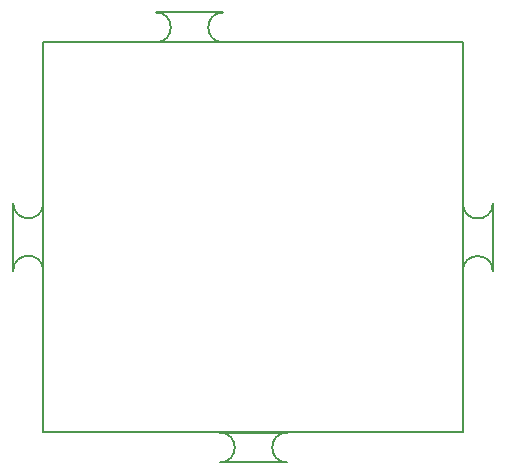
<source format=gm1>
G04*
G04 #@! TF.GenerationSoftware,Altium Limited,Altium Designer,18.1.9 (240)*
G04*
G04 Layer_Color=16711935*
%FSLAX24Y24*%
%MOIN*%
G70*
G01*
G75*
%ADD10C,0.0070*%
%ADD13C,0.0079*%
D10*
X13987Y7625D02*
G03*
X14987Y7625I500J0D01*
G01*
Y5375D02*
G03*
X13987Y5375I-500J0D01*
G01*
X3Y5385D02*
G03*
X-997Y5385I-500J0D01*
G01*
Y7635D02*
G03*
X3Y7635I500J0D01*
G01*
X8135Y-8D02*
G03*
X8135Y-1007I0J-500D01*
G01*
X5885D02*
G03*
X5885Y-8I0J500D01*
G01*
X3755Y12997D02*
G03*
X3755Y13997I0J500D01*
G01*
X6005D02*
G03*
X6005Y12997I0J-500D01*
G01*
X14000Y0D02*
Y13000D01*
X0D02*
X14000D01*
X0Y0D02*
Y13000D01*
Y0D02*
X14000D01*
D13*
X14987Y5375D02*
X14987Y7625D01*
X13987Y5375D02*
Y7625D01*
X-997Y5385D02*
X-997Y7635D01*
X3Y5385D02*
Y7635D01*
X5885Y-1007D02*
X8135Y-1007D01*
X5885Y-8D02*
X8135D01*
X3755Y13997D02*
X6005Y13997D01*
X3755Y12997D02*
X6005D01*
M02*

</source>
